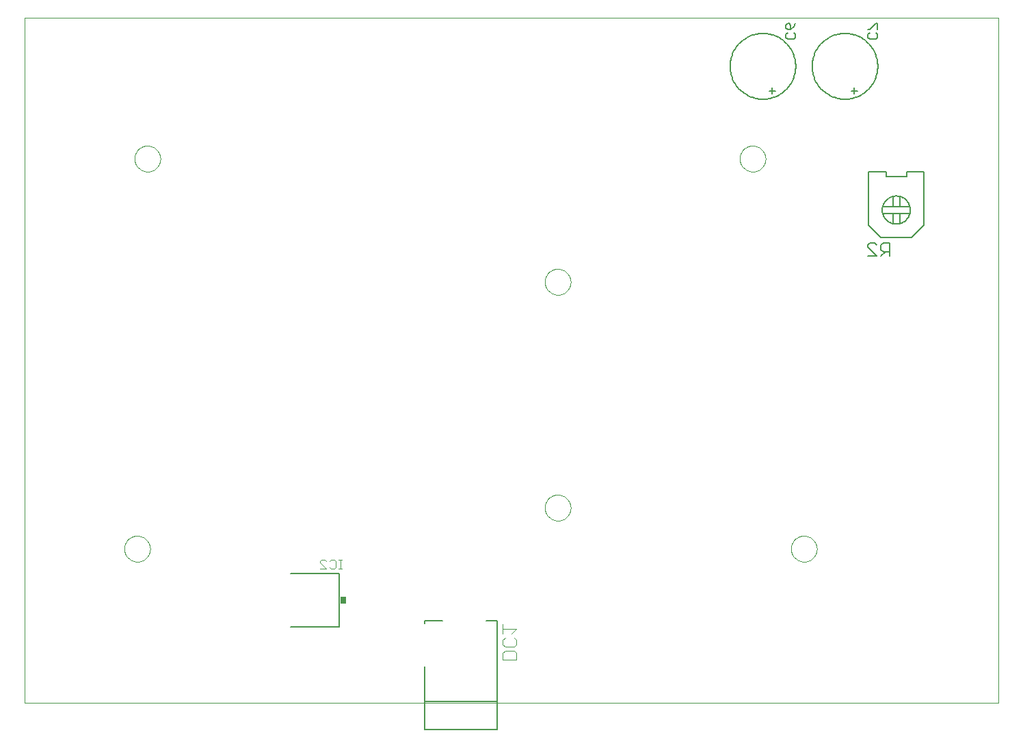
<source format=gbo>
G75*
%MOIN*%
%OFA0B0*%
%FSLAX24Y24*%
%IPPOS*%
%LPD*%
%AMOC8*
5,1,8,0,0,1.08239X$1,22.5*
%
%ADD10C,0.0000*%
%ADD11C,0.0060*%
%ADD12C,0.0070*%
%ADD13C,0.0050*%
%ADD14C,0.0040*%
%ADD15C,0.0080*%
%ADD16R,0.0300X0.0340*%
D10*
X002625Y002680D02*
X002625Y036050D01*
X050117Y036050D01*
X050117Y002680D01*
X002625Y002680D01*
X007495Y010180D02*
X007497Y010230D01*
X007503Y010280D01*
X007513Y010329D01*
X007527Y010377D01*
X007544Y010424D01*
X007565Y010469D01*
X007590Y010513D01*
X007618Y010554D01*
X007650Y010593D01*
X007684Y010630D01*
X007721Y010664D01*
X007761Y010694D01*
X007803Y010721D01*
X007847Y010745D01*
X007893Y010766D01*
X007940Y010782D01*
X007988Y010795D01*
X008038Y010804D01*
X008087Y010809D01*
X008138Y010810D01*
X008188Y010807D01*
X008237Y010800D01*
X008286Y010789D01*
X008334Y010774D01*
X008380Y010756D01*
X008425Y010734D01*
X008468Y010708D01*
X008509Y010679D01*
X008548Y010647D01*
X008584Y010612D01*
X008616Y010574D01*
X008646Y010534D01*
X008673Y010491D01*
X008696Y010447D01*
X008715Y010401D01*
X008731Y010353D01*
X008743Y010304D01*
X008751Y010255D01*
X008755Y010205D01*
X008755Y010155D01*
X008751Y010105D01*
X008743Y010056D01*
X008731Y010007D01*
X008715Y009959D01*
X008696Y009913D01*
X008673Y009869D01*
X008646Y009826D01*
X008616Y009786D01*
X008584Y009748D01*
X008548Y009713D01*
X008509Y009681D01*
X008468Y009652D01*
X008425Y009626D01*
X008380Y009604D01*
X008334Y009586D01*
X008286Y009571D01*
X008237Y009560D01*
X008188Y009553D01*
X008138Y009550D01*
X008087Y009551D01*
X008038Y009556D01*
X007988Y009565D01*
X007940Y009578D01*
X007893Y009594D01*
X007847Y009615D01*
X007803Y009639D01*
X007761Y009666D01*
X007721Y009696D01*
X007684Y009730D01*
X007650Y009767D01*
X007618Y009806D01*
X007590Y009847D01*
X007565Y009891D01*
X007544Y009936D01*
X007527Y009983D01*
X007513Y010031D01*
X007503Y010080D01*
X007497Y010130D01*
X007495Y010180D01*
X027995Y012180D02*
X027997Y012230D01*
X028003Y012280D01*
X028013Y012329D01*
X028027Y012377D01*
X028044Y012424D01*
X028065Y012469D01*
X028090Y012513D01*
X028118Y012554D01*
X028150Y012593D01*
X028184Y012630D01*
X028221Y012664D01*
X028261Y012694D01*
X028303Y012721D01*
X028347Y012745D01*
X028393Y012766D01*
X028440Y012782D01*
X028488Y012795D01*
X028538Y012804D01*
X028587Y012809D01*
X028638Y012810D01*
X028688Y012807D01*
X028737Y012800D01*
X028786Y012789D01*
X028834Y012774D01*
X028880Y012756D01*
X028925Y012734D01*
X028968Y012708D01*
X029009Y012679D01*
X029048Y012647D01*
X029084Y012612D01*
X029116Y012574D01*
X029146Y012534D01*
X029173Y012491D01*
X029196Y012447D01*
X029215Y012401D01*
X029231Y012353D01*
X029243Y012304D01*
X029251Y012255D01*
X029255Y012205D01*
X029255Y012155D01*
X029251Y012105D01*
X029243Y012056D01*
X029231Y012007D01*
X029215Y011959D01*
X029196Y011913D01*
X029173Y011869D01*
X029146Y011826D01*
X029116Y011786D01*
X029084Y011748D01*
X029048Y011713D01*
X029009Y011681D01*
X028968Y011652D01*
X028925Y011626D01*
X028880Y011604D01*
X028834Y011586D01*
X028786Y011571D01*
X028737Y011560D01*
X028688Y011553D01*
X028638Y011550D01*
X028587Y011551D01*
X028538Y011556D01*
X028488Y011565D01*
X028440Y011578D01*
X028393Y011594D01*
X028347Y011615D01*
X028303Y011639D01*
X028261Y011666D01*
X028221Y011696D01*
X028184Y011730D01*
X028150Y011767D01*
X028118Y011806D01*
X028090Y011847D01*
X028065Y011891D01*
X028044Y011936D01*
X028027Y011983D01*
X028013Y012031D01*
X028003Y012080D01*
X027997Y012130D01*
X027995Y012180D01*
X039995Y010180D02*
X039997Y010230D01*
X040003Y010280D01*
X040013Y010329D01*
X040027Y010377D01*
X040044Y010424D01*
X040065Y010469D01*
X040090Y010513D01*
X040118Y010554D01*
X040150Y010593D01*
X040184Y010630D01*
X040221Y010664D01*
X040261Y010694D01*
X040303Y010721D01*
X040347Y010745D01*
X040393Y010766D01*
X040440Y010782D01*
X040488Y010795D01*
X040538Y010804D01*
X040587Y010809D01*
X040638Y010810D01*
X040688Y010807D01*
X040737Y010800D01*
X040786Y010789D01*
X040834Y010774D01*
X040880Y010756D01*
X040925Y010734D01*
X040968Y010708D01*
X041009Y010679D01*
X041048Y010647D01*
X041084Y010612D01*
X041116Y010574D01*
X041146Y010534D01*
X041173Y010491D01*
X041196Y010447D01*
X041215Y010401D01*
X041231Y010353D01*
X041243Y010304D01*
X041251Y010255D01*
X041255Y010205D01*
X041255Y010155D01*
X041251Y010105D01*
X041243Y010056D01*
X041231Y010007D01*
X041215Y009959D01*
X041196Y009913D01*
X041173Y009869D01*
X041146Y009826D01*
X041116Y009786D01*
X041084Y009748D01*
X041048Y009713D01*
X041009Y009681D01*
X040968Y009652D01*
X040925Y009626D01*
X040880Y009604D01*
X040834Y009586D01*
X040786Y009571D01*
X040737Y009560D01*
X040688Y009553D01*
X040638Y009550D01*
X040587Y009551D01*
X040538Y009556D01*
X040488Y009565D01*
X040440Y009578D01*
X040393Y009594D01*
X040347Y009615D01*
X040303Y009639D01*
X040261Y009666D01*
X040221Y009696D01*
X040184Y009730D01*
X040150Y009767D01*
X040118Y009806D01*
X040090Y009847D01*
X040065Y009891D01*
X040044Y009936D01*
X040027Y009983D01*
X040013Y010031D01*
X040003Y010080D01*
X039997Y010130D01*
X039995Y010180D01*
X027995Y023180D02*
X027997Y023230D01*
X028003Y023280D01*
X028013Y023329D01*
X028027Y023377D01*
X028044Y023424D01*
X028065Y023469D01*
X028090Y023513D01*
X028118Y023554D01*
X028150Y023593D01*
X028184Y023630D01*
X028221Y023664D01*
X028261Y023694D01*
X028303Y023721D01*
X028347Y023745D01*
X028393Y023766D01*
X028440Y023782D01*
X028488Y023795D01*
X028538Y023804D01*
X028587Y023809D01*
X028638Y023810D01*
X028688Y023807D01*
X028737Y023800D01*
X028786Y023789D01*
X028834Y023774D01*
X028880Y023756D01*
X028925Y023734D01*
X028968Y023708D01*
X029009Y023679D01*
X029048Y023647D01*
X029084Y023612D01*
X029116Y023574D01*
X029146Y023534D01*
X029173Y023491D01*
X029196Y023447D01*
X029215Y023401D01*
X029231Y023353D01*
X029243Y023304D01*
X029251Y023255D01*
X029255Y023205D01*
X029255Y023155D01*
X029251Y023105D01*
X029243Y023056D01*
X029231Y023007D01*
X029215Y022959D01*
X029196Y022913D01*
X029173Y022869D01*
X029146Y022826D01*
X029116Y022786D01*
X029084Y022748D01*
X029048Y022713D01*
X029009Y022681D01*
X028968Y022652D01*
X028925Y022626D01*
X028880Y022604D01*
X028834Y022586D01*
X028786Y022571D01*
X028737Y022560D01*
X028688Y022553D01*
X028638Y022550D01*
X028587Y022551D01*
X028538Y022556D01*
X028488Y022565D01*
X028440Y022578D01*
X028393Y022594D01*
X028347Y022615D01*
X028303Y022639D01*
X028261Y022666D01*
X028221Y022696D01*
X028184Y022730D01*
X028150Y022767D01*
X028118Y022806D01*
X028090Y022847D01*
X028065Y022891D01*
X028044Y022936D01*
X028027Y022983D01*
X028013Y023031D01*
X028003Y023080D01*
X027997Y023130D01*
X027995Y023180D01*
X037495Y029180D02*
X037497Y029230D01*
X037503Y029280D01*
X037513Y029329D01*
X037527Y029377D01*
X037544Y029424D01*
X037565Y029469D01*
X037590Y029513D01*
X037618Y029554D01*
X037650Y029593D01*
X037684Y029630D01*
X037721Y029664D01*
X037761Y029694D01*
X037803Y029721D01*
X037847Y029745D01*
X037893Y029766D01*
X037940Y029782D01*
X037988Y029795D01*
X038038Y029804D01*
X038087Y029809D01*
X038138Y029810D01*
X038188Y029807D01*
X038237Y029800D01*
X038286Y029789D01*
X038334Y029774D01*
X038380Y029756D01*
X038425Y029734D01*
X038468Y029708D01*
X038509Y029679D01*
X038548Y029647D01*
X038584Y029612D01*
X038616Y029574D01*
X038646Y029534D01*
X038673Y029491D01*
X038696Y029447D01*
X038715Y029401D01*
X038731Y029353D01*
X038743Y029304D01*
X038751Y029255D01*
X038755Y029205D01*
X038755Y029155D01*
X038751Y029105D01*
X038743Y029056D01*
X038731Y029007D01*
X038715Y028959D01*
X038696Y028913D01*
X038673Y028869D01*
X038646Y028826D01*
X038616Y028786D01*
X038584Y028748D01*
X038548Y028713D01*
X038509Y028681D01*
X038468Y028652D01*
X038425Y028626D01*
X038380Y028604D01*
X038334Y028586D01*
X038286Y028571D01*
X038237Y028560D01*
X038188Y028553D01*
X038138Y028550D01*
X038087Y028551D01*
X038038Y028556D01*
X037988Y028565D01*
X037940Y028578D01*
X037893Y028594D01*
X037847Y028615D01*
X037803Y028639D01*
X037761Y028666D01*
X037721Y028696D01*
X037684Y028730D01*
X037650Y028767D01*
X037618Y028806D01*
X037590Y028847D01*
X037565Y028891D01*
X037544Y028936D01*
X037527Y028983D01*
X037513Y029031D01*
X037503Y029080D01*
X037497Y029130D01*
X037495Y029180D01*
X007995Y029180D02*
X007997Y029230D01*
X008003Y029280D01*
X008013Y029329D01*
X008027Y029377D01*
X008044Y029424D01*
X008065Y029469D01*
X008090Y029513D01*
X008118Y029554D01*
X008150Y029593D01*
X008184Y029630D01*
X008221Y029664D01*
X008261Y029694D01*
X008303Y029721D01*
X008347Y029745D01*
X008393Y029766D01*
X008440Y029782D01*
X008488Y029795D01*
X008538Y029804D01*
X008587Y029809D01*
X008638Y029810D01*
X008688Y029807D01*
X008737Y029800D01*
X008786Y029789D01*
X008834Y029774D01*
X008880Y029756D01*
X008925Y029734D01*
X008968Y029708D01*
X009009Y029679D01*
X009048Y029647D01*
X009084Y029612D01*
X009116Y029574D01*
X009146Y029534D01*
X009173Y029491D01*
X009196Y029447D01*
X009215Y029401D01*
X009231Y029353D01*
X009243Y029304D01*
X009251Y029255D01*
X009255Y029205D01*
X009255Y029155D01*
X009251Y029105D01*
X009243Y029056D01*
X009231Y029007D01*
X009215Y028959D01*
X009196Y028913D01*
X009173Y028869D01*
X009146Y028826D01*
X009116Y028786D01*
X009084Y028748D01*
X009048Y028713D01*
X009009Y028681D01*
X008968Y028652D01*
X008925Y028626D01*
X008880Y028604D01*
X008834Y028586D01*
X008786Y028571D01*
X008737Y028560D01*
X008688Y028553D01*
X008638Y028550D01*
X008587Y028551D01*
X008538Y028556D01*
X008488Y028565D01*
X008440Y028578D01*
X008393Y028594D01*
X008347Y028615D01*
X008303Y028639D01*
X008261Y028666D01*
X008221Y028696D01*
X008184Y028730D01*
X008150Y028767D01*
X008118Y028806D01*
X008090Y028847D01*
X008065Y028891D01*
X008044Y028936D01*
X008027Y028983D01*
X008013Y029031D01*
X008003Y029080D01*
X007997Y029130D01*
X007995Y029180D01*
D11*
X037025Y033680D02*
X037027Y033760D01*
X037033Y033839D01*
X037043Y033918D01*
X037057Y033997D01*
X037074Y034075D01*
X037096Y034152D01*
X037121Y034227D01*
X037151Y034301D01*
X037183Y034374D01*
X037220Y034445D01*
X037260Y034514D01*
X037303Y034581D01*
X037350Y034646D01*
X037399Y034708D01*
X037452Y034768D01*
X037508Y034825D01*
X037566Y034880D01*
X037627Y034931D01*
X037691Y034979D01*
X037757Y035024D01*
X037825Y035066D01*
X037895Y035104D01*
X037967Y035138D01*
X038040Y035169D01*
X038115Y035197D01*
X038192Y035220D01*
X038269Y035240D01*
X038347Y035256D01*
X038426Y035268D01*
X038505Y035276D01*
X038585Y035280D01*
X038665Y035280D01*
X038745Y035276D01*
X038824Y035268D01*
X038903Y035256D01*
X038981Y035240D01*
X039058Y035220D01*
X039135Y035197D01*
X039210Y035169D01*
X039283Y035138D01*
X039355Y035104D01*
X039425Y035066D01*
X039493Y035024D01*
X039559Y034979D01*
X039623Y034931D01*
X039684Y034880D01*
X039742Y034825D01*
X039798Y034768D01*
X039851Y034708D01*
X039900Y034646D01*
X039947Y034581D01*
X039990Y034514D01*
X040030Y034445D01*
X040067Y034374D01*
X040099Y034301D01*
X040129Y034227D01*
X040154Y034152D01*
X040176Y034075D01*
X040193Y033997D01*
X040207Y033918D01*
X040217Y033839D01*
X040223Y033760D01*
X040225Y033680D01*
X040223Y033600D01*
X040217Y033521D01*
X040207Y033442D01*
X040193Y033363D01*
X040176Y033285D01*
X040154Y033208D01*
X040129Y033133D01*
X040099Y033059D01*
X040067Y032986D01*
X040030Y032915D01*
X039990Y032846D01*
X039947Y032779D01*
X039900Y032714D01*
X039851Y032652D01*
X039798Y032592D01*
X039742Y032535D01*
X039684Y032480D01*
X039623Y032429D01*
X039559Y032381D01*
X039493Y032336D01*
X039425Y032294D01*
X039355Y032256D01*
X039283Y032222D01*
X039210Y032191D01*
X039135Y032163D01*
X039058Y032140D01*
X038981Y032120D01*
X038903Y032104D01*
X038824Y032092D01*
X038745Y032084D01*
X038665Y032080D01*
X038585Y032080D01*
X038505Y032084D01*
X038426Y032092D01*
X038347Y032104D01*
X038269Y032120D01*
X038192Y032140D01*
X038115Y032163D01*
X038040Y032191D01*
X037967Y032222D01*
X037895Y032256D01*
X037825Y032294D01*
X037757Y032336D01*
X037691Y032381D01*
X037627Y032429D01*
X037566Y032480D01*
X037508Y032535D01*
X037452Y032592D01*
X037399Y032652D01*
X037350Y032714D01*
X037303Y032779D01*
X037260Y032846D01*
X037220Y032915D01*
X037183Y032986D01*
X037151Y033059D01*
X037121Y033133D01*
X037096Y033208D01*
X037074Y033285D01*
X037057Y033363D01*
X037043Y033442D01*
X037033Y033521D01*
X037027Y033600D01*
X037025Y033680D01*
X038925Y032480D02*
X039225Y032480D01*
X039075Y032330D02*
X039075Y032630D01*
X041025Y033680D02*
X041027Y033760D01*
X041033Y033839D01*
X041043Y033918D01*
X041057Y033997D01*
X041074Y034075D01*
X041096Y034152D01*
X041121Y034227D01*
X041151Y034301D01*
X041183Y034374D01*
X041220Y034445D01*
X041260Y034514D01*
X041303Y034581D01*
X041350Y034646D01*
X041399Y034708D01*
X041452Y034768D01*
X041508Y034825D01*
X041566Y034880D01*
X041627Y034931D01*
X041691Y034979D01*
X041757Y035024D01*
X041825Y035066D01*
X041895Y035104D01*
X041967Y035138D01*
X042040Y035169D01*
X042115Y035197D01*
X042192Y035220D01*
X042269Y035240D01*
X042347Y035256D01*
X042426Y035268D01*
X042505Y035276D01*
X042585Y035280D01*
X042665Y035280D01*
X042745Y035276D01*
X042824Y035268D01*
X042903Y035256D01*
X042981Y035240D01*
X043058Y035220D01*
X043135Y035197D01*
X043210Y035169D01*
X043283Y035138D01*
X043355Y035104D01*
X043425Y035066D01*
X043493Y035024D01*
X043559Y034979D01*
X043623Y034931D01*
X043684Y034880D01*
X043742Y034825D01*
X043798Y034768D01*
X043851Y034708D01*
X043900Y034646D01*
X043947Y034581D01*
X043990Y034514D01*
X044030Y034445D01*
X044067Y034374D01*
X044099Y034301D01*
X044129Y034227D01*
X044154Y034152D01*
X044176Y034075D01*
X044193Y033997D01*
X044207Y033918D01*
X044217Y033839D01*
X044223Y033760D01*
X044225Y033680D01*
X044223Y033600D01*
X044217Y033521D01*
X044207Y033442D01*
X044193Y033363D01*
X044176Y033285D01*
X044154Y033208D01*
X044129Y033133D01*
X044099Y033059D01*
X044067Y032986D01*
X044030Y032915D01*
X043990Y032846D01*
X043947Y032779D01*
X043900Y032714D01*
X043851Y032652D01*
X043798Y032592D01*
X043742Y032535D01*
X043684Y032480D01*
X043623Y032429D01*
X043559Y032381D01*
X043493Y032336D01*
X043425Y032294D01*
X043355Y032256D01*
X043283Y032222D01*
X043210Y032191D01*
X043135Y032163D01*
X043058Y032140D01*
X042981Y032120D01*
X042903Y032104D01*
X042824Y032092D01*
X042745Y032084D01*
X042665Y032080D01*
X042585Y032080D01*
X042505Y032084D01*
X042426Y032092D01*
X042347Y032104D01*
X042269Y032120D01*
X042192Y032140D01*
X042115Y032163D01*
X042040Y032191D01*
X041967Y032222D01*
X041895Y032256D01*
X041825Y032294D01*
X041757Y032336D01*
X041691Y032381D01*
X041627Y032429D01*
X041566Y032480D01*
X041508Y032535D01*
X041452Y032592D01*
X041399Y032652D01*
X041350Y032714D01*
X041303Y032779D01*
X041260Y032846D01*
X041220Y032915D01*
X041183Y032986D01*
X041151Y033059D01*
X041121Y033133D01*
X041096Y033208D01*
X041074Y033285D01*
X041057Y033363D01*
X041043Y033442D01*
X041033Y033521D01*
X041027Y033600D01*
X041025Y033680D01*
X042925Y032480D02*
X043225Y032480D01*
X043075Y032330D02*
X043075Y032630D01*
X043784Y028530D02*
X043784Y025932D01*
X044375Y025341D01*
X045875Y025341D01*
X046466Y025932D01*
X046466Y028530D01*
X045621Y028530D01*
X045621Y028294D01*
X044629Y028294D01*
X044629Y028530D01*
X043784Y028530D01*
X044960Y027343D02*
X044960Y026845D01*
X044442Y026680D02*
X044444Y026732D01*
X044450Y026783D01*
X044460Y026834D01*
X044473Y026884D01*
X044490Y026932D01*
X044511Y026980D01*
X044536Y027025D01*
X044563Y027069D01*
X044594Y027110D01*
X044629Y027149D01*
X044665Y027185D01*
X044705Y027219D01*
X044747Y027249D01*
X044791Y027276D01*
X044837Y027299D01*
X044885Y027319D01*
X044934Y027336D01*
X044984Y027348D01*
X045035Y027357D01*
X045086Y027362D01*
X045138Y027363D01*
X045190Y027360D01*
X045241Y027353D01*
X045291Y027342D01*
X045341Y027328D01*
X045389Y027310D01*
X045436Y027288D01*
X045481Y027263D01*
X045524Y027234D01*
X045565Y027202D01*
X045603Y027168D01*
X045639Y027130D01*
X045671Y027090D01*
X045701Y027047D01*
X045727Y027003D01*
X045750Y026956D01*
X045769Y026908D01*
X045784Y026859D01*
X045796Y026808D01*
X045804Y026757D01*
X045808Y026706D01*
X045808Y026654D01*
X045804Y026603D01*
X045796Y026552D01*
X045784Y026501D01*
X045769Y026452D01*
X045750Y026404D01*
X045727Y026357D01*
X045701Y026313D01*
X045671Y026270D01*
X045639Y026230D01*
X045603Y026192D01*
X045565Y026158D01*
X045524Y026126D01*
X045481Y026097D01*
X045436Y026072D01*
X045389Y026050D01*
X045341Y026032D01*
X045291Y026018D01*
X045241Y026007D01*
X045190Y026000D01*
X045138Y025997D01*
X045086Y025998D01*
X045035Y026003D01*
X044984Y026012D01*
X044934Y026024D01*
X044885Y026041D01*
X044837Y026061D01*
X044791Y026084D01*
X044747Y026111D01*
X044705Y026141D01*
X044665Y026175D01*
X044629Y026211D01*
X044594Y026250D01*
X044563Y026291D01*
X044536Y026335D01*
X044511Y026380D01*
X044490Y026428D01*
X044473Y026476D01*
X044460Y026526D01*
X044450Y026577D01*
X044444Y026628D01*
X044442Y026680D01*
X044462Y026515D02*
X045788Y026515D01*
X045788Y026845D02*
X044462Y026845D01*
X044960Y026515D02*
X044960Y026017D01*
X045290Y026017D02*
X045290Y026515D01*
X045290Y026845D02*
X045290Y027343D01*
D12*
X044804Y025071D02*
X044489Y025071D01*
X044384Y024966D01*
X044384Y024755D01*
X044489Y024650D01*
X044804Y024650D01*
X044804Y024440D02*
X044804Y025071D01*
X044594Y024650D02*
X044384Y024440D01*
X044160Y024440D02*
X043739Y024861D01*
X043739Y024966D01*
X043844Y025071D01*
X044055Y025071D01*
X044160Y024966D01*
X044160Y024440D02*
X043739Y024440D01*
D13*
X043825Y035005D02*
X043750Y035080D01*
X043750Y035230D01*
X043825Y035305D01*
X043825Y035465D02*
X043750Y035465D01*
X043825Y035465D02*
X044125Y035766D01*
X044200Y035766D01*
X044200Y035465D01*
X044125Y035305D02*
X044200Y035230D01*
X044200Y035080D01*
X044125Y035005D01*
X043825Y035005D01*
X040200Y035080D02*
X040125Y035005D01*
X039825Y035005D01*
X039750Y035080D01*
X039750Y035230D01*
X039825Y035305D01*
X039825Y035465D02*
X039750Y035540D01*
X039750Y035691D01*
X039825Y035766D01*
X039900Y035766D01*
X039975Y035691D01*
X039975Y035465D01*
X039825Y035465D01*
X039975Y035465D02*
X040125Y035616D01*
X040200Y035766D01*
X040125Y035305D02*
X040200Y035230D01*
X040200Y035080D01*
X025665Y006680D02*
X025125Y006680D01*
X025665Y006680D02*
X025665Y002740D01*
X022135Y002740D01*
X022125Y001370D02*
X022125Y004430D01*
X022125Y006555D02*
X022125Y006680D01*
X023000Y006680D01*
X025665Y002740D02*
X025665Y001370D01*
X022125Y001370D01*
D14*
X025945Y004766D02*
X025945Y005097D01*
X026055Y005207D01*
X026495Y005207D01*
X026606Y005097D01*
X026606Y004766D01*
X025945Y004766D01*
X026055Y005411D02*
X025945Y005521D01*
X025945Y005741D01*
X026055Y005851D01*
X025945Y006055D02*
X025945Y006496D01*
X025945Y006276D02*
X026606Y006276D01*
X026385Y006055D01*
X026495Y005851D02*
X026606Y005741D01*
X026606Y005521D01*
X026495Y005411D01*
X026055Y005411D01*
X018105Y009200D02*
X017952Y009200D01*
X018028Y009200D02*
X018028Y009660D01*
X017952Y009660D02*
X018105Y009660D01*
X017798Y009584D02*
X017798Y009277D01*
X017721Y009200D01*
X017568Y009200D01*
X017491Y009277D01*
X017338Y009200D02*
X017031Y009507D01*
X017031Y009584D01*
X017107Y009660D01*
X017261Y009660D01*
X017338Y009584D01*
X017491Y009584D02*
X017568Y009660D01*
X017721Y009660D01*
X017798Y009584D01*
X017338Y009200D02*
X017031Y009200D01*
D15*
X017975Y008970D02*
X015615Y008970D01*
X017975Y008970D02*
X017975Y006390D01*
X015615Y006390D01*
D16*
X018165Y007680D03*
M02*

</source>
